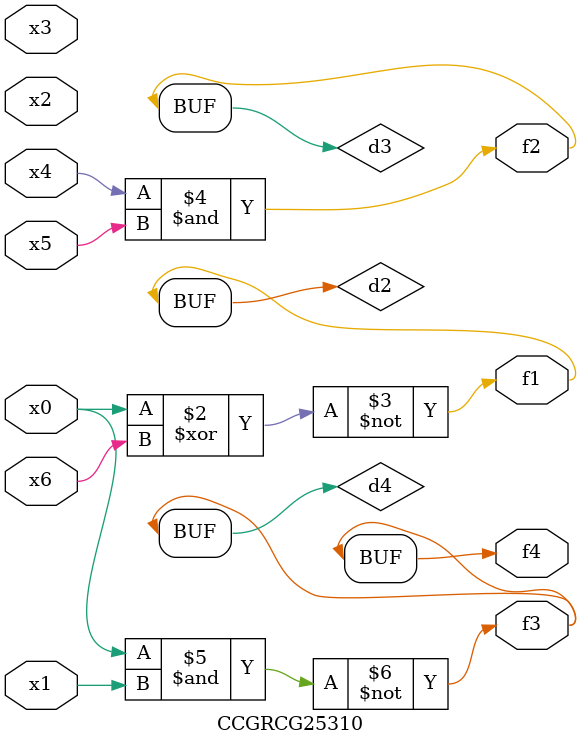
<source format=v>
module CCGRCG25310(
	input x0, x1, x2, x3, x4, x5, x6,
	output f1, f2, f3, f4
);

	wire d1, d2, d3, d4;

	nor (d1, x0);
	xnor (d2, x0, x6);
	and (d3, x4, x5);
	nand (d4, x0, x1);
	assign f1 = d2;
	assign f2 = d3;
	assign f3 = d4;
	assign f4 = d4;
endmodule

</source>
